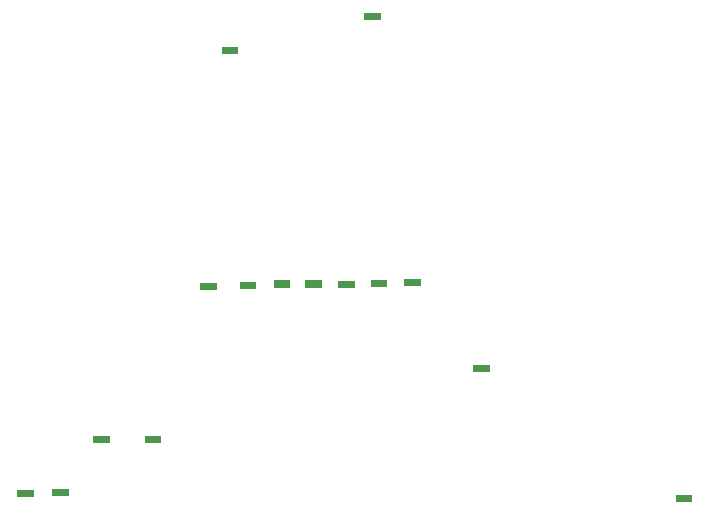
<source format=gbr>
%TF.GenerationSoftware,KiCad,Pcbnew,(5.1.9)-1*%
%TF.CreationDate,2021-09-07T19:05:13+00:00*%
%TF.ProjectId,CZTBoardV3,435a5442-6f61-4726-9456-332e6b696361,rev?*%
%TF.SameCoordinates,Original*%
%TF.FileFunction,Glue,Top*%
%TF.FilePolarity,Positive*%
%FSLAX46Y46*%
G04 Gerber Fmt 4.6, Leading zero omitted, Abs format (unit mm)*
G04 Created by KiCad (PCBNEW (5.1.9)-1) date 2021-09-07 19:05:13*
%MOMM*%
%LPD*%
G01*
G04 APERTURE LIST*
%ADD10C,0.100000*%
G04 APERTURE END LIST*
D10*
%TO.C,R1*%
G36*
X159990000Y-88490000D02*
G01*
X159990000Y-87890000D01*
X158590000Y-87890000D01*
X158590000Y-88490000D01*
X159990000Y-88490000D01*
G37*
%TO.C,R2*%
G36*
X171220000Y-107550000D02*
G01*
X171220000Y-108150000D01*
X172620000Y-108150000D01*
X172620000Y-107550000D01*
X171220000Y-107550000D01*
G37*
%TO.C,R3*%
G36*
X172060000Y-85542000D02*
G01*
X172060000Y-84942000D01*
X170660000Y-84942000D01*
X170660000Y-85542000D01*
X172060000Y-85542000D01*
G37*
%TO.C,R4*%
G36*
X144230000Y-125260000D02*
G01*
X144230000Y-125860000D01*
X145630000Y-125860000D01*
X145630000Y-125260000D01*
X144230000Y-125260000D01*
G37*
%TO.C,R9*%
G36*
X160110000Y-107742000D02*
G01*
X160110000Y-108342000D01*
X161510000Y-108342000D01*
X161510000Y-107742000D01*
X160110000Y-107742000D01*
G37*
%TO.C,R10*%
G36*
X152090000Y-120772000D02*
G01*
X152090000Y-121372000D01*
X153490000Y-121372000D01*
X153490000Y-120772000D01*
X152090000Y-120772000D01*
G37*
%TO.C,R11*%
G36*
X147690000Y-120772000D02*
G01*
X147690000Y-121372000D01*
X149090000Y-121372000D01*
X149090000Y-120772000D01*
X147690000Y-120772000D01*
G37*
%TO.C,R12*%
G36*
X169860000Y-108252000D02*
G01*
X169860000Y-107652000D01*
X168460000Y-107652000D01*
X168460000Y-108252000D01*
X169860000Y-108252000D01*
G37*
%TO.C,R13*%
G36*
X174040000Y-107502000D02*
G01*
X174040000Y-108102000D01*
X175440000Y-108102000D01*
X175440000Y-107502000D01*
X174040000Y-107502000D01*
G37*
%TO.C,R14*%
G36*
X165650000Y-107622000D02*
G01*
X165650000Y-108222000D01*
X167050000Y-108222000D01*
X167050000Y-107622000D01*
X165650000Y-107622000D01*
G37*
%TO.C,R15*%
G36*
X156780000Y-107802000D02*
G01*
X156780000Y-108402000D01*
X158180000Y-108402000D01*
X158180000Y-107802000D01*
X156780000Y-107802000D01*
G37*
%TO.C,R16*%
G36*
X162980000Y-107622000D02*
G01*
X162980000Y-108222000D01*
X164380000Y-108222000D01*
X164380000Y-107622000D01*
X162980000Y-107622000D01*
G37*
%TO.C,R17*%
G36*
X197020000Y-125790000D02*
G01*
X197020000Y-126390000D01*
X198420000Y-126390000D01*
X198420000Y-125790000D01*
X197020000Y-125790000D01*
G37*
%TO.C,R18*%
G36*
X142700000Y-125972000D02*
G01*
X142700000Y-125372000D01*
X141300000Y-125372000D01*
X141300000Y-125972000D01*
X142700000Y-125972000D01*
G37*
%TO.C,R21*%
G36*
X181290000Y-115352000D02*
G01*
X181290000Y-114752000D01*
X179890000Y-114752000D01*
X179890000Y-115352000D01*
X181290000Y-115352000D01*
G37*
%TD*%
M02*

</source>
